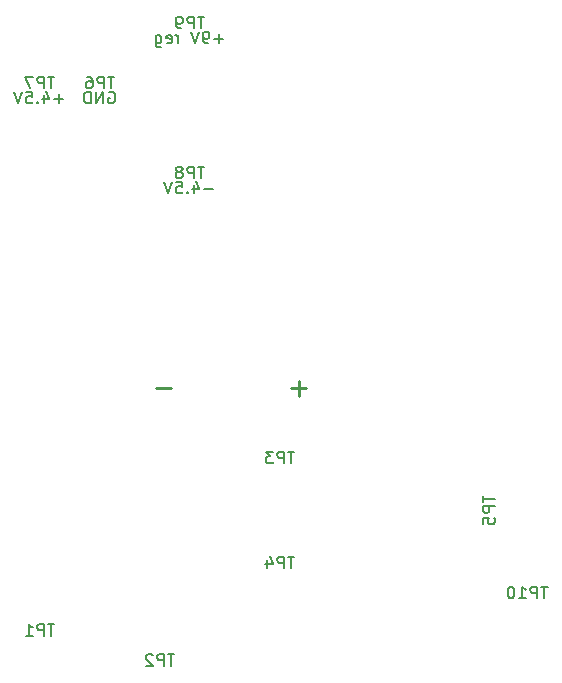
<source format=gbr>
G04 #@! TF.FileFunction,Legend,Bot*
%FSLAX46Y46*%
G04 Gerber Fmt 4.6, Leading zero omitted, Abs format (unit mm)*
G04 Created by KiCad (PCBNEW 4.0.7-e2-6376~58~ubuntu16.04.1) date Mon Jan 29 21:47:02 2018*
%MOMM*%
%LPD*%
G01*
G04 APERTURE LIST*
%ADD10C,0.100000*%
%ADD11C,0.250000*%
%ADD12C,0.150000*%
G04 APERTURE END LIST*
D10*
D11*
X159115000Y-90635000D02*
X159115000Y-91905000D01*
X158480000Y-91270000D02*
X159750000Y-91270000D01*
X147050000Y-91270000D02*
X148320000Y-91270000D01*
D12*
X138421905Y-111212381D02*
X137850476Y-111212381D01*
X138136191Y-112212381D02*
X138136191Y-111212381D01*
X137517143Y-112212381D02*
X137517143Y-111212381D01*
X137136190Y-111212381D01*
X137040952Y-111260000D01*
X136993333Y-111307619D01*
X136945714Y-111402857D01*
X136945714Y-111545714D01*
X136993333Y-111640952D01*
X137040952Y-111688571D01*
X137136190Y-111736190D01*
X137517143Y-111736190D01*
X135993333Y-112212381D02*
X136564762Y-112212381D01*
X136279048Y-112212381D02*
X136279048Y-111212381D01*
X136374286Y-111355238D01*
X136469524Y-111450476D01*
X136564762Y-111498095D01*
X148581905Y-113752381D02*
X148010476Y-113752381D01*
X148296191Y-114752381D02*
X148296191Y-113752381D01*
X147677143Y-114752381D02*
X147677143Y-113752381D01*
X147296190Y-113752381D01*
X147200952Y-113800000D01*
X147153333Y-113847619D01*
X147105714Y-113942857D01*
X147105714Y-114085714D01*
X147153333Y-114180952D01*
X147200952Y-114228571D01*
X147296190Y-114276190D01*
X147677143Y-114276190D01*
X146724762Y-113847619D02*
X146677143Y-113800000D01*
X146581905Y-113752381D01*
X146343809Y-113752381D01*
X146248571Y-113800000D01*
X146200952Y-113847619D01*
X146153333Y-113942857D01*
X146153333Y-114038095D01*
X146200952Y-114180952D01*
X146772381Y-114752381D01*
X146153333Y-114752381D01*
X158741905Y-96607381D02*
X158170476Y-96607381D01*
X158456191Y-97607381D02*
X158456191Y-96607381D01*
X157837143Y-97607381D02*
X157837143Y-96607381D01*
X157456190Y-96607381D01*
X157360952Y-96655000D01*
X157313333Y-96702619D01*
X157265714Y-96797857D01*
X157265714Y-96940714D01*
X157313333Y-97035952D01*
X157360952Y-97083571D01*
X157456190Y-97131190D01*
X157837143Y-97131190D01*
X156932381Y-96607381D02*
X156313333Y-96607381D01*
X156646667Y-96988333D01*
X156503809Y-96988333D01*
X156408571Y-97035952D01*
X156360952Y-97083571D01*
X156313333Y-97178810D01*
X156313333Y-97416905D01*
X156360952Y-97512143D01*
X156408571Y-97559762D01*
X156503809Y-97607381D01*
X156789524Y-97607381D01*
X156884762Y-97559762D01*
X156932381Y-97512143D01*
X158741905Y-105497381D02*
X158170476Y-105497381D01*
X158456191Y-106497381D02*
X158456191Y-105497381D01*
X157837143Y-106497381D02*
X157837143Y-105497381D01*
X157456190Y-105497381D01*
X157360952Y-105545000D01*
X157313333Y-105592619D01*
X157265714Y-105687857D01*
X157265714Y-105830714D01*
X157313333Y-105925952D01*
X157360952Y-105973571D01*
X157456190Y-106021190D01*
X157837143Y-106021190D01*
X156408571Y-105830714D02*
X156408571Y-106497381D01*
X156646667Y-105449762D02*
X156884762Y-106164048D01*
X156265714Y-106164048D01*
X174712381Y-100338095D02*
X174712381Y-100909524D01*
X175712381Y-100623809D02*
X174712381Y-100623809D01*
X175712381Y-101242857D02*
X174712381Y-101242857D01*
X174712381Y-101623810D01*
X174760000Y-101719048D01*
X174807619Y-101766667D01*
X174902857Y-101814286D01*
X175045714Y-101814286D01*
X175140952Y-101766667D01*
X175188571Y-101719048D01*
X175236190Y-101623810D01*
X175236190Y-101242857D01*
X174712381Y-102719048D02*
X174712381Y-102242857D01*
X175188571Y-102195238D01*
X175140952Y-102242857D01*
X175093333Y-102338095D01*
X175093333Y-102576191D01*
X175140952Y-102671429D01*
X175188571Y-102719048D01*
X175283810Y-102766667D01*
X175521905Y-102766667D01*
X175617143Y-102719048D01*
X175664762Y-102671429D01*
X175712381Y-102576191D01*
X175712381Y-102338095D01*
X175664762Y-102242857D01*
X175617143Y-102195238D01*
X143501905Y-64857381D02*
X142930476Y-64857381D01*
X143216191Y-65857381D02*
X143216191Y-64857381D01*
X142597143Y-65857381D02*
X142597143Y-64857381D01*
X142216190Y-64857381D01*
X142120952Y-64905000D01*
X142073333Y-64952619D01*
X142025714Y-65047857D01*
X142025714Y-65190714D01*
X142073333Y-65285952D01*
X142120952Y-65333571D01*
X142216190Y-65381190D01*
X142597143Y-65381190D01*
X141168571Y-64857381D02*
X141359048Y-64857381D01*
X141454286Y-64905000D01*
X141501905Y-64952619D01*
X141597143Y-65095476D01*
X141644762Y-65285952D01*
X141644762Y-65666905D01*
X141597143Y-65762143D01*
X141549524Y-65809762D01*
X141454286Y-65857381D01*
X141263809Y-65857381D01*
X141168571Y-65809762D01*
X141120952Y-65762143D01*
X141073333Y-65666905D01*
X141073333Y-65428810D01*
X141120952Y-65333571D01*
X141168571Y-65285952D01*
X141263809Y-65238333D01*
X141454286Y-65238333D01*
X141549524Y-65285952D01*
X141597143Y-65333571D01*
X141644762Y-65428810D01*
X143001904Y-66175000D02*
X143097142Y-66127381D01*
X143239999Y-66127381D01*
X143382857Y-66175000D01*
X143478095Y-66270238D01*
X143525714Y-66365476D01*
X143573333Y-66555952D01*
X143573333Y-66698810D01*
X143525714Y-66889286D01*
X143478095Y-66984524D01*
X143382857Y-67079762D01*
X143239999Y-67127381D01*
X143144761Y-67127381D01*
X143001904Y-67079762D01*
X142954285Y-67032143D01*
X142954285Y-66698810D01*
X143144761Y-66698810D01*
X142525714Y-67127381D02*
X142525714Y-66127381D01*
X141954285Y-67127381D01*
X141954285Y-66127381D01*
X141478095Y-67127381D02*
X141478095Y-66127381D01*
X141240000Y-66127381D01*
X141097142Y-66175000D01*
X141001904Y-66270238D01*
X140954285Y-66365476D01*
X140906666Y-66555952D01*
X140906666Y-66698810D01*
X140954285Y-66889286D01*
X141001904Y-66984524D01*
X141097142Y-67079762D01*
X141240000Y-67127381D01*
X141478095Y-67127381D01*
X138421905Y-64857381D02*
X137850476Y-64857381D01*
X138136191Y-65857381D02*
X138136191Y-64857381D01*
X137517143Y-65857381D02*
X137517143Y-64857381D01*
X137136190Y-64857381D01*
X137040952Y-64905000D01*
X136993333Y-64952619D01*
X136945714Y-65047857D01*
X136945714Y-65190714D01*
X136993333Y-65285952D01*
X137040952Y-65333571D01*
X137136190Y-65381190D01*
X137517143Y-65381190D01*
X136612381Y-64857381D02*
X135945714Y-64857381D01*
X136374286Y-65857381D01*
X139160000Y-66746429D02*
X138398095Y-66746429D01*
X138779047Y-67127381D02*
X138779047Y-66365476D01*
X137493333Y-66460714D02*
X137493333Y-67127381D01*
X137731429Y-66079762D02*
X137969524Y-66794048D01*
X137350476Y-66794048D01*
X136969524Y-67032143D02*
X136921905Y-67079762D01*
X136969524Y-67127381D01*
X137017143Y-67079762D01*
X136969524Y-67032143D01*
X136969524Y-67127381D01*
X136017143Y-66127381D02*
X136493334Y-66127381D01*
X136540953Y-66603571D01*
X136493334Y-66555952D01*
X136398096Y-66508333D01*
X136160000Y-66508333D01*
X136064762Y-66555952D01*
X136017143Y-66603571D01*
X135969524Y-66698810D01*
X135969524Y-66936905D01*
X136017143Y-67032143D01*
X136064762Y-67079762D01*
X136160000Y-67127381D01*
X136398096Y-67127381D01*
X136493334Y-67079762D01*
X136540953Y-67032143D01*
X135683810Y-66127381D02*
X135350477Y-67127381D01*
X135017143Y-66127381D01*
X151121905Y-72477381D02*
X150550476Y-72477381D01*
X150836191Y-73477381D02*
X150836191Y-72477381D01*
X150217143Y-73477381D02*
X150217143Y-72477381D01*
X149836190Y-72477381D01*
X149740952Y-72525000D01*
X149693333Y-72572619D01*
X149645714Y-72667857D01*
X149645714Y-72810714D01*
X149693333Y-72905952D01*
X149740952Y-72953571D01*
X149836190Y-73001190D01*
X150217143Y-73001190D01*
X149074286Y-72905952D02*
X149169524Y-72858333D01*
X149217143Y-72810714D01*
X149264762Y-72715476D01*
X149264762Y-72667857D01*
X149217143Y-72572619D01*
X149169524Y-72525000D01*
X149074286Y-72477381D01*
X148883809Y-72477381D01*
X148788571Y-72525000D01*
X148740952Y-72572619D01*
X148693333Y-72667857D01*
X148693333Y-72715476D01*
X148740952Y-72810714D01*
X148788571Y-72858333D01*
X148883809Y-72905952D01*
X149074286Y-72905952D01*
X149169524Y-72953571D01*
X149217143Y-73001190D01*
X149264762Y-73096429D01*
X149264762Y-73286905D01*
X149217143Y-73382143D01*
X149169524Y-73429762D01*
X149074286Y-73477381D01*
X148883809Y-73477381D01*
X148788571Y-73429762D01*
X148740952Y-73382143D01*
X148693333Y-73286905D01*
X148693333Y-73096429D01*
X148740952Y-73001190D01*
X148788571Y-72953571D01*
X148883809Y-72905952D01*
X151860000Y-74366429D02*
X151098095Y-74366429D01*
X150193333Y-74080714D02*
X150193333Y-74747381D01*
X150431429Y-73699762D02*
X150669524Y-74414048D01*
X150050476Y-74414048D01*
X149669524Y-74652143D02*
X149621905Y-74699762D01*
X149669524Y-74747381D01*
X149717143Y-74699762D01*
X149669524Y-74652143D01*
X149669524Y-74747381D01*
X148717143Y-73747381D02*
X149193334Y-73747381D01*
X149240953Y-74223571D01*
X149193334Y-74175952D01*
X149098096Y-74128333D01*
X148860000Y-74128333D01*
X148764762Y-74175952D01*
X148717143Y-74223571D01*
X148669524Y-74318810D01*
X148669524Y-74556905D01*
X148717143Y-74652143D01*
X148764762Y-74699762D01*
X148860000Y-74747381D01*
X149098096Y-74747381D01*
X149193334Y-74699762D01*
X149240953Y-74652143D01*
X148383810Y-73747381D02*
X148050477Y-74747381D01*
X147717143Y-73747381D01*
X151121905Y-59777381D02*
X150550476Y-59777381D01*
X150836191Y-60777381D02*
X150836191Y-59777381D01*
X150217143Y-60777381D02*
X150217143Y-59777381D01*
X149836190Y-59777381D01*
X149740952Y-59825000D01*
X149693333Y-59872619D01*
X149645714Y-59967857D01*
X149645714Y-60110714D01*
X149693333Y-60205952D01*
X149740952Y-60253571D01*
X149836190Y-60301190D01*
X150217143Y-60301190D01*
X149169524Y-60777381D02*
X148979048Y-60777381D01*
X148883809Y-60729762D01*
X148836190Y-60682143D01*
X148740952Y-60539286D01*
X148693333Y-60348810D01*
X148693333Y-59967857D01*
X148740952Y-59872619D01*
X148788571Y-59825000D01*
X148883809Y-59777381D01*
X149074286Y-59777381D01*
X149169524Y-59825000D01*
X149217143Y-59872619D01*
X149264762Y-59967857D01*
X149264762Y-60205952D01*
X149217143Y-60301190D01*
X149169524Y-60348810D01*
X149074286Y-60396429D01*
X148883809Y-60396429D01*
X148788571Y-60348810D01*
X148740952Y-60301190D01*
X148693333Y-60205952D01*
X152717143Y-61666429D02*
X151955238Y-61666429D01*
X152336190Y-62047381D02*
X152336190Y-61285476D01*
X151431429Y-62047381D02*
X151240953Y-62047381D01*
X151145714Y-61999762D01*
X151098095Y-61952143D01*
X151002857Y-61809286D01*
X150955238Y-61618810D01*
X150955238Y-61237857D01*
X151002857Y-61142619D01*
X151050476Y-61095000D01*
X151145714Y-61047381D01*
X151336191Y-61047381D01*
X151431429Y-61095000D01*
X151479048Y-61142619D01*
X151526667Y-61237857D01*
X151526667Y-61475952D01*
X151479048Y-61571190D01*
X151431429Y-61618810D01*
X151336191Y-61666429D01*
X151145714Y-61666429D01*
X151050476Y-61618810D01*
X151002857Y-61571190D01*
X150955238Y-61475952D01*
X150669524Y-61047381D02*
X150336191Y-62047381D01*
X150002857Y-61047381D01*
X148907619Y-62047381D02*
X148907619Y-61380714D01*
X148907619Y-61571190D02*
X148860000Y-61475952D01*
X148812381Y-61428333D01*
X148717143Y-61380714D01*
X148621904Y-61380714D01*
X147907618Y-61999762D02*
X148002856Y-62047381D01*
X148193333Y-62047381D01*
X148288571Y-61999762D01*
X148336190Y-61904524D01*
X148336190Y-61523571D01*
X148288571Y-61428333D01*
X148193333Y-61380714D01*
X148002856Y-61380714D01*
X147907618Y-61428333D01*
X147859999Y-61523571D01*
X147859999Y-61618810D01*
X148336190Y-61714048D01*
X147002856Y-61380714D02*
X147002856Y-62190238D01*
X147050475Y-62285476D01*
X147098094Y-62333095D01*
X147193333Y-62380714D01*
X147336190Y-62380714D01*
X147431428Y-62333095D01*
X147002856Y-61999762D02*
X147098094Y-62047381D01*
X147288571Y-62047381D01*
X147383809Y-61999762D01*
X147431428Y-61952143D01*
X147479047Y-61856905D01*
X147479047Y-61571190D01*
X147431428Y-61475952D01*
X147383809Y-61428333D01*
X147288571Y-61380714D01*
X147098094Y-61380714D01*
X147002856Y-61428333D01*
X180173095Y-108037381D02*
X179601666Y-108037381D01*
X179887381Y-109037381D02*
X179887381Y-108037381D01*
X179268333Y-109037381D02*
X179268333Y-108037381D01*
X178887380Y-108037381D01*
X178792142Y-108085000D01*
X178744523Y-108132619D01*
X178696904Y-108227857D01*
X178696904Y-108370714D01*
X178744523Y-108465952D01*
X178792142Y-108513571D01*
X178887380Y-108561190D01*
X179268333Y-108561190D01*
X177744523Y-109037381D02*
X178315952Y-109037381D01*
X178030238Y-109037381D02*
X178030238Y-108037381D01*
X178125476Y-108180238D01*
X178220714Y-108275476D01*
X178315952Y-108323095D01*
X177125476Y-108037381D02*
X177030237Y-108037381D01*
X176934999Y-108085000D01*
X176887380Y-108132619D01*
X176839761Y-108227857D01*
X176792142Y-108418333D01*
X176792142Y-108656429D01*
X176839761Y-108846905D01*
X176887380Y-108942143D01*
X176934999Y-108989762D01*
X177030237Y-109037381D01*
X177125476Y-109037381D01*
X177220714Y-108989762D01*
X177268333Y-108942143D01*
X177315952Y-108846905D01*
X177363571Y-108656429D01*
X177363571Y-108418333D01*
X177315952Y-108227857D01*
X177268333Y-108132619D01*
X177220714Y-108085000D01*
X177125476Y-108037381D01*
M02*

</source>
